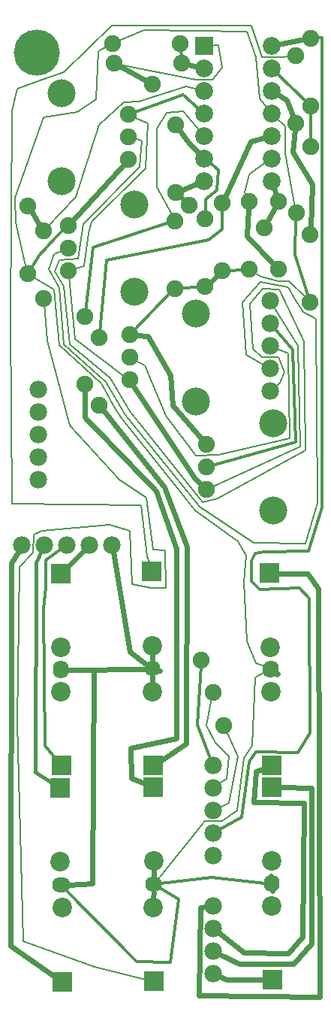
<source format=gbl>
G04 MADE WITH FRITZING*
G04 WWW.FRITZING.ORG*
G04 DOUBLE SIDED*
G04 HOLES PLATED*
G04 CONTOUR ON CENTER OF CONTOUR VECTOR*
%ASAXBY*%
%FSLAX23Y23*%
%MOIN*%
%OFA0B0*%
%SFA1.0B1.0*%
%ADD10C,0.078000*%
%ADD11C,0.086614*%
%ADD12C,0.086555*%
%ADD13C,0.070232*%
%ADD14C,0.074667*%
%ADD15C,0.074695*%
%ADD16C,0.124033*%
%ADD17C,0.079370*%
%ADD18C,0.075000*%
%ADD19C,0.204725*%
%ADD20R,0.086614X0.086614*%
%ADD21R,0.079370X0.079370*%
%ADD22C,0.008000*%
%ADD23C,0.024000*%
%ADD24C,0.012000*%
%ADD25C,0.007000*%
%ADD26C,0.016000*%
%LNCOPPER0*%
G90*
G70*
G54D10*
X144Y2819D03*
X144Y2719D03*
X144Y2619D03*
X144Y2519D03*
X144Y2419D03*
G54D11*
X648Y2012D03*
G54D12*
X651Y1684D03*
G54D13*
X651Y1582D03*
G54D11*
X244Y2005D03*
G54D12*
X246Y1678D03*
G54D13*
X246Y1575D03*
G54D14*
X550Y3062D03*
X550Y2962D03*
G54D15*
X550Y2862D03*
G54D16*
X846Y3156D03*
X846Y2767D03*
G54D14*
X891Y2577D03*
X891Y2477D03*
G54D15*
X891Y2377D03*
G54D16*
X1187Y2671D03*
X1187Y2283D03*
G54D14*
X278Y3547D03*
X278Y3447D03*
G54D15*
X278Y3347D03*
G54D16*
X573Y3641D03*
X573Y3253D03*
G54D14*
X545Y3839D03*
X545Y3939D03*
G54D15*
X545Y4039D03*
G54D16*
X249Y3745D03*
X249Y4133D03*
G54D11*
X241Y1054D03*
G54D12*
X243Y726D03*
G54D13*
X243Y624D03*
G54D10*
X922Y230D03*
X922Y330D03*
X922Y430D03*
X922Y530D03*
X72Y2130D03*
X172Y2130D03*
X272Y2130D03*
X372Y2130D03*
X472Y2130D03*
G54D11*
X654Y1152D03*
G54D12*
X651Y1480D03*
G54D13*
X651Y1582D03*
G54D11*
X1173Y2006D03*
G54D12*
X1176Y1678D03*
G54D13*
X1176Y1576D03*
G54D11*
X1180Y1152D03*
G54D12*
X1177Y1480D03*
G54D13*
X1177Y1582D03*
G54D11*
X1180Y1057D03*
G54D12*
X1182Y729D03*
G54D13*
X1182Y627D03*
G54D11*
X1185Y202D03*
G54D12*
X1182Y530D03*
G54D13*
X1182Y632D03*
G54D11*
X656Y1057D03*
G54D12*
X658Y730D03*
G54D13*
X658Y627D03*
G54D11*
X247Y1152D03*
G54D12*
X244Y1480D03*
G54D13*
X244Y1582D03*
G54D11*
X252Y194D03*
G54D12*
X250Y522D03*
G54D13*
X250Y624D03*
G54D11*
X658Y196D03*
G54D12*
X655Y524D03*
G54D13*
X655Y626D03*
G54D17*
X880Y4344D03*
X1180Y4344D03*
X880Y4244D03*
X1180Y4244D03*
X880Y4144D03*
X1180Y4144D03*
X880Y4044D03*
X1180Y4044D03*
X880Y3944D03*
X1180Y3944D03*
X880Y3844D03*
X1180Y3844D03*
X880Y3744D03*
X1180Y3744D03*
G54D18*
X416Y3051D03*
X416Y2751D03*
X1288Y4000D03*
X1288Y4300D03*
X353Y3142D03*
X353Y2842D03*
X168Y3522D03*
X168Y3222D03*
X98Y3633D03*
X98Y3333D03*
X1353Y3508D03*
X1353Y3208D03*
X962Y3647D03*
X962Y3347D03*
X751Y3568D03*
X751Y3268D03*
X1354Y4378D03*
X1354Y4078D03*
X1213Y3354D03*
X1213Y3654D03*
X756Y3992D03*
X756Y3692D03*
X483Y4266D03*
X783Y4266D03*
X1355Y3896D03*
X1290Y3603D03*
X1080Y3652D03*
X1080Y3352D03*
X475Y4355D03*
X775Y4355D03*
X886Y3276D03*
X886Y3576D03*
G54D19*
X137Y4312D03*
G54D10*
X922Y755D03*
X922Y855D03*
X922Y955D03*
X922Y1055D03*
X922Y1155D03*
X1175Y3212D03*
X1175Y3112D03*
X1175Y3012D03*
X1175Y2912D03*
X1175Y2812D03*
G54D18*
X652Y4174D03*
X869Y1619D03*
X1147Y3538D03*
X969Y1330D03*
X816Y3638D03*
X920Y1477D03*
G54D20*
X648Y2012D03*
X244Y2005D03*
X241Y1054D03*
X654Y1152D03*
X1173Y2006D03*
X1180Y1152D03*
X1180Y1057D03*
X1185Y202D03*
X656Y1057D03*
X247Y1152D03*
X252Y194D03*
X658Y196D03*
G54D21*
X880Y4344D03*
G54D22*
X570Y3933D02*
X606Y3925D01*
D02*
X606Y3925D02*
X594Y3806D01*
D02*
X594Y3806D02*
X346Y3554D01*
D02*
X346Y3554D02*
X322Y3399D01*
D02*
X322Y3399D02*
X239Y3395D01*
D02*
X239Y3395D02*
X219Y3343D01*
D02*
X219Y3343D02*
X259Y3277D01*
D02*
X259Y3277D02*
X285Y3021D01*
D02*
X285Y3021D02*
X465Y2869D01*
D02*
X465Y2869D02*
X550Y2723D01*
D02*
X550Y2723D02*
X874Y2319D01*
D02*
X874Y2319D02*
X943Y2336D01*
D02*
X943Y2336D02*
X1333Y2549D01*
D02*
X1333Y2549D02*
X1324Y3034D01*
D02*
X1324Y3034D02*
X1215Y3264D01*
D02*
X1215Y3264D02*
X1141Y3267D01*
D02*
X1141Y3267D02*
X1085Y3199D01*
D02*
X1085Y3199D02*
X1098Y3001D01*
D02*
X1098Y3001D02*
X1139Y2964D01*
D02*
X1139Y2964D02*
X1211Y2962D01*
D02*
X1211Y2962D02*
X1237Y2897D01*
D02*
X1237Y2897D02*
X1219Y2849D01*
D02*
X1219Y2849D02*
X1194Y2828D01*
D02*
X215Y3419D02*
X254Y3437D01*
D02*
X193Y3354D02*
X215Y3419D01*
D02*
X237Y3269D02*
X193Y3354D01*
D02*
X257Y3019D02*
X237Y3269D01*
D02*
X444Y2854D02*
X257Y3019D01*
D02*
X530Y2708D02*
X444Y2854D01*
D02*
X861Y2299D02*
X530Y2708D01*
D02*
X1102Y2140D02*
X861Y2299D01*
D02*
X1330Y2138D02*
X1102Y2140D01*
D02*
X1385Y2317D02*
X1330Y2138D01*
D02*
X1378Y3132D02*
X1385Y2317D01*
D02*
X1322Y3164D02*
X1378Y3132D01*
D02*
X1285Y3219D02*
X1322Y3164D01*
D02*
X1256Y3275D02*
X1285Y3219D01*
D02*
X1131Y3297D02*
X1256Y3275D01*
D02*
X1052Y3208D02*
X1131Y3297D01*
D02*
X1067Y2975D02*
X1052Y3208D01*
D02*
X1154Y2924D02*
X1067Y2975D01*
G54D23*
D02*
X658Y664D02*
X658Y688D01*
G54D22*
D02*
X950Y967D02*
X993Y986D01*
D02*
X993Y986D02*
X1030Y1195D01*
D02*
X1030Y1195D02*
X978Y1309D01*
G54D23*
D02*
X283Y1576D02*
X391Y1577D01*
D02*
X391Y1577D02*
X384Y630D01*
D02*
X384Y630D02*
X280Y625D01*
G54D22*
D02*
X678Y651D02*
X884Y906D01*
D02*
X884Y906D02*
X962Y906D01*
D02*
X962Y906D02*
X1027Y955D01*
D02*
X1027Y955D02*
X1058Y1186D01*
D02*
X1058Y1186D02*
X1096Y1239D01*
D02*
X1096Y1239D02*
X1109Y1544D01*
D02*
X1109Y1544D02*
X1151Y1567D01*
G54D23*
D02*
X777Y3673D02*
X795Y3657D01*
G54D24*
D02*
X111Y3352D02*
X149Y3413D01*
D02*
X149Y3413D02*
X217Y3490D01*
D02*
X217Y3490D02*
X259Y3529D01*
G54D23*
D02*
X804Y2123D02*
X800Y1249D01*
X800Y1249D02*
X689Y1175D01*
D02*
X704Y2386D02*
X804Y2123D01*
D02*
X434Y2728D02*
X704Y2386D01*
G54D24*
D02*
X1057Y3351D02*
X985Y3348D01*
G54D22*
D02*
X930Y1253D02*
X993Y1195D01*
D02*
X993Y1195D02*
X981Y1095D01*
D02*
X893Y1330D02*
X930Y1253D01*
D02*
X981Y1095D02*
X943Y1069D01*
D02*
X916Y1454D02*
X893Y1330D01*
G54D23*
D02*
X869Y2399D02*
X843Y2424D01*
D02*
X843Y2424D02*
X568Y2835D01*
D02*
X1150Y3936D02*
X1089Y3919D01*
D02*
X1089Y3919D02*
X974Y3673D01*
G54D24*
D02*
X1198Y4227D02*
X1337Y4094D01*
G54D22*
D02*
X529Y2877D02*
X307Y3045D01*
D02*
X307Y3045D02*
X280Y3321D01*
D02*
X864Y3964D02*
X789Y4053D01*
D02*
X789Y4053D02*
X716Y4048D01*
D02*
X716Y4048D02*
X671Y3977D01*
D02*
X671Y3977D02*
X671Y3717D01*
D02*
X671Y3717D02*
X740Y3589D01*
D02*
X348Y3367D02*
X303Y3354D01*
D02*
X369Y3512D02*
X348Y3367D01*
D02*
X383Y3565D02*
X369Y3512D01*
D02*
X622Y3801D02*
X383Y3565D01*
D02*
X633Y4001D02*
X622Y3801D01*
D02*
X569Y4028D02*
X633Y4001D01*
G54D24*
D02*
X178Y2064D02*
X252Y2116D01*
D02*
X178Y1944D02*
X178Y2064D01*
D02*
X169Y1847D02*
X178Y1944D01*
D02*
X175Y1241D02*
X169Y1847D01*
D02*
X224Y1181D02*
X175Y1241D01*
G54D23*
D02*
X941Y3328D02*
X907Y3295D01*
G54D22*
D02*
X944Y2530D02*
X1263Y2603D01*
D02*
X1263Y2603D02*
X1254Y2980D01*
D02*
X844Y2528D02*
X944Y2530D01*
D02*
X1254Y2980D02*
X1198Y3003D01*
D02*
X711Y2703D02*
X844Y2528D01*
D02*
X617Y2927D02*
X711Y2703D01*
D02*
X573Y2949D02*
X617Y2927D01*
G54D24*
D02*
X389Y3450D02*
X724Y3559D01*
D02*
X356Y3165D02*
X389Y3450D01*
G54D23*
D02*
X353Y2813D02*
X352Y2697D01*
D02*
X352Y2697D02*
X667Y2371D01*
D02*
X667Y2371D02*
X759Y2112D01*
D02*
X759Y2112D02*
X759Y1275D01*
D02*
X759Y1275D02*
X556Y1230D01*
D02*
X556Y1230D02*
X559Y1097D01*
D02*
X559Y1097D02*
X617Y1073D01*
D02*
X1249Y4104D02*
X1206Y4129D01*
D02*
X1278Y4027D02*
X1249Y4104D01*
G54D25*
D02*
X944Y4346D02*
X960Y4246D01*
D02*
X960Y4246D02*
X917Y4194D01*
D02*
X905Y4345D02*
X944Y4346D01*
D02*
X917Y4194D02*
X844Y4195D01*
D02*
X844Y4195D02*
X506Y4261D01*
G54D23*
D02*
X981Y204D02*
X950Y218D01*
D02*
X1142Y203D02*
X981Y204D01*
D02*
X1215Y2005D02*
X1341Y2003D01*
D02*
X1341Y2003D02*
X1389Y1938D01*
D02*
X1389Y1938D02*
X1396Y127D01*
D02*
X1396Y127D02*
X859Y134D01*
D02*
X859Y134D02*
X864Y522D01*
D02*
X864Y522D02*
X892Y526D01*
G54D22*
D02*
X455Y4344D02*
X413Y4319D01*
D02*
X413Y4319D02*
X402Y4106D01*
D02*
X402Y4106D02*
X317Y4050D01*
D02*
X317Y4050D02*
X169Y4028D01*
D02*
X169Y4028D02*
X42Y3670D01*
D02*
X42Y3670D02*
X44Y3559D01*
D02*
X44Y3559D02*
X93Y3355D01*
G54D23*
D02*
X1210Y4350D02*
X1326Y4373D01*
G54D24*
D02*
X781Y4289D02*
X777Y4332D01*
G54D23*
D02*
X153Y3546D02*
X114Y3609D01*
G54D24*
D02*
X1276Y2997D02*
X1191Y3093D01*
D02*
X1287Y2588D02*
X1276Y2997D01*
D02*
X917Y2484D02*
X1287Y2588D01*
D02*
X447Y3394D02*
X900Y3482D01*
D02*
X900Y3482D02*
X963Y3530D01*
D02*
X418Y3074D02*
X447Y3394D01*
D02*
X963Y3530D02*
X962Y3624D01*
D02*
X852Y1334D02*
X913Y1178D01*
D02*
X867Y1596D02*
X852Y1334D01*
D02*
X900Y3829D02*
X944Y3793D01*
D02*
X944Y3793D02*
X937Y3704D01*
D02*
X937Y3704D02*
X889Y3664D01*
D02*
X889Y3664D02*
X887Y3599D01*
D02*
X1354Y4055D02*
X1355Y3919D01*
G54D23*
D02*
X859Y3867D02*
X809Y3919D01*
D02*
X809Y3919D02*
X773Y3969D01*
D02*
X1110Y1127D02*
X1140Y1138D01*
D02*
X1100Y990D02*
X1110Y1127D01*
D02*
X1326Y986D02*
X1100Y990D01*
D02*
X1319Y393D02*
X1326Y986D01*
D02*
X1256Y319D02*
X1319Y393D01*
D02*
X1058Y322D02*
X1256Y319D01*
D02*
X946Y412D02*
X1058Y322D01*
D02*
X582Y3060D02*
X630Y3058D01*
D02*
X630Y3058D02*
X730Y2884D01*
D02*
X730Y2884D02*
X741Y2749D01*
D02*
X741Y2749D02*
X870Y2601D01*
D02*
X1203Y3681D02*
X1191Y3716D01*
G54D22*
D02*
X629Y2079D02*
X637Y2052D01*
D02*
X602Y2308D02*
X629Y2079D01*
D02*
X29Y2313D02*
X602Y2308D01*
D02*
X22Y3126D02*
X29Y2313D01*
D02*
X28Y4058D02*
X22Y3126D01*
D02*
X51Y4154D02*
X28Y4058D01*
D02*
X162Y4195D02*
X51Y4154D01*
D02*
X258Y4228D02*
X162Y4195D01*
D02*
X473Y4433D02*
X258Y4228D01*
D02*
X1091Y4435D02*
X473Y4433D01*
D02*
X1138Y4295D02*
X1091Y4435D01*
D02*
X1218Y4293D02*
X1138Y4295D01*
D02*
X1266Y4298D02*
X1218Y4293D01*
G54D23*
D02*
X1179Y663D02*
X1185Y596D01*
D02*
X651Y1546D02*
X651Y1522D01*
G54D22*
D02*
X118Y3321D02*
X216Y3265D01*
D02*
X216Y3265D02*
X237Y3017D01*
D02*
X237Y3017D02*
X424Y2847D01*
D02*
X424Y2847D02*
X483Y2745D01*
D02*
X483Y2745D02*
X511Y2697D01*
D02*
X511Y2697D02*
X843Y2285D01*
D02*
X843Y2285D02*
X1033Y2148D01*
D02*
X1033Y2148D02*
X1069Y2084D01*
D02*
X1069Y2084D02*
X1058Y1968D01*
D02*
X1058Y1968D02*
X1071Y1704D01*
D02*
X1071Y1704D02*
X1111Y1606D01*
D02*
X1111Y1606D02*
X1148Y1592D01*
D02*
X1211Y3299D02*
X1135Y3321D01*
D02*
X1135Y3321D02*
X1100Y3341D01*
D02*
X1259Y3301D02*
X1211Y3299D01*
D02*
X1337Y3224D02*
X1259Y3301D01*
G54D23*
D02*
X615Y1581D02*
X283Y1576D01*
D02*
X657Y591D02*
X656Y566D01*
D02*
X783Y3703D02*
X852Y3732D01*
D02*
X1362Y3730D02*
X1276Y3875D01*
D02*
X1276Y3875D02*
X1286Y3972D01*
D02*
X1354Y3536D02*
X1362Y3730D01*
D02*
X351Y2109D02*
X274Y2035D01*
D02*
X1070Y3501D02*
X1193Y3375D01*
D02*
X1078Y3624D02*
X1070Y3501D01*
G54D24*
D02*
X684Y611D02*
X767Y560D01*
D02*
X767Y560D02*
X733Y280D01*
D02*
X733Y280D02*
X580Y284D01*
D02*
X580Y284D02*
X265Y602D01*
G54D26*
D02*
X133Y1125D02*
X206Y1077D01*
D02*
X135Y2053D02*
X133Y1125D01*
D02*
X159Y2103D02*
X135Y2053D01*
G54D24*
D02*
X735Y3252D02*
X569Y3080D01*
D02*
X1289Y3580D02*
X1284Y3417D01*
D02*
X1284Y3417D02*
X1346Y3230D01*
D02*
X787Y4127D02*
X575Y4050D01*
D02*
X861Y4061D02*
X787Y4127D01*
G54D22*
D02*
X915Y2388D02*
X1307Y2567D01*
D02*
X1307Y2567D02*
X1298Y3015D01*
D02*
X1298Y3015D02*
X1188Y3191D01*
D02*
X184Y3539D02*
X313Y3673D01*
D02*
X313Y3673D02*
X415Y3993D01*
D02*
X415Y3993D02*
X524Y4094D01*
D02*
X524Y4094D02*
X593Y4097D01*
D02*
X593Y4097D02*
X803Y4162D01*
D02*
X803Y4162D02*
X855Y4150D01*
G54D23*
D02*
X811Y4260D02*
X850Y4251D01*
G54D22*
D02*
X1241Y3867D02*
X1240Y3986D01*
D02*
X1286Y3626D02*
X1241Y3867D01*
D02*
X1240Y3986D02*
X1198Y4027D01*
D02*
X184Y3037D02*
X170Y3199D01*
D02*
X285Y2660D02*
X184Y3037D01*
D02*
X504Y2421D02*
X285Y2660D01*
D02*
X624Y2340D02*
X504Y2421D01*
D02*
X656Y2110D02*
X624Y2340D01*
D02*
X708Y2108D02*
X656Y2110D01*
D02*
X711Y1941D02*
X708Y2108D01*
D02*
X644Y1939D02*
X711Y1941D01*
D02*
X562Y1957D02*
X644Y1939D01*
D02*
X553Y2195D02*
X562Y1957D01*
D02*
X462Y2219D02*
X553Y2195D01*
D02*
X160Y2195D02*
X462Y2219D01*
D02*
X124Y2178D02*
X160Y2195D01*
D02*
X122Y2097D02*
X124Y2178D01*
D02*
X63Y2033D02*
X122Y2097D01*
D02*
X50Y1341D02*
X63Y2033D01*
D02*
X78Y375D02*
X50Y1341D01*
D02*
X394Y261D02*
X78Y375D01*
D02*
X622Y205D02*
X394Y261D01*
G54D23*
D02*
X508Y4252D02*
X627Y4188D01*
D02*
X686Y1573D02*
X662Y1579D01*
D02*
X662Y1579D02*
X686Y1573D01*
D02*
X651Y1618D02*
X651Y1642D01*
D02*
X1199Y3629D02*
X1161Y3563D01*
D02*
X477Y2101D02*
X553Y1657D01*
D02*
X553Y1657D02*
X622Y1604D01*
G54D22*
D02*
X1164Y4064D02*
X1127Y4110D01*
D02*
X1127Y4110D02*
X1111Y4293D01*
D02*
X1111Y4293D02*
X1071Y4408D01*
D02*
X1071Y4408D02*
X616Y4415D01*
D02*
X616Y4415D02*
X496Y4364D01*
D02*
X1159Y3830D02*
X1080Y3773D01*
D02*
X1080Y3773D02*
X1062Y3695D01*
D02*
X1062Y3695D02*
X1071Y3674D01*
G54D24*
D02*
X863Y3275D02*
X774Y3270D01*
G54D23*
D02*
X1037Y275D02*
X949Y317D01*
D02*
X1278Y275D02*
X1037Y275D01*
D02*
X1358Y364D02*
X1278Y275D01*
D02*
X1358Y1053D02*
X1358Y364D01*
D02*
X1222Y1056D02*
X1358Y1053D01*
G54D24*
D02*
X689Y631D02*
X916Y657D01*
D02*
X916Y657D02*
X1152Y630D01*
G54D23*
D02*
X1205Y1558D02*
X1193Y1568D01*
D02*
X1193Y1568D02*
X1209Y1561D01*
D02*
X25Y2050D02*
X57Y2104D01*
D02*
X22Y355D02*
X25Y2050D01*
D02*
X218Y218D02*
X22Y355D01*
G54D24*
D02*
X1377Y4380D02*
X1404Y4381D01*
D02*
X1404Y4381D02*
X1405Y3519D01*
D02*
X1405Y3519D02*
X1404Y2297D01*
D02*
X1404Y2297D02*
X1344Y2104D01*
D02*
X1344Y2104D02*
X1149Y2099D01*
D02*
X1149Y2099D02*
X1108Y2094D01*
D02*
X1108Y2094D02*
X1091Y2059D01*
D02*
X1091Y2059D02*
X1091Y1970D01*
D02*
X1091Y1970D02*
X1129Y1935D01*
D02*
X1129Y1935D02*
X1305Y1941D01*
D02*
X1305Y1941D02*
X1348Y1895D01*
D02*
X1348Y1895D02*
X1351Y1297D01*
D02*
X1351Y1297D02*
X1298Y1210D01*
D02*
X1298Y1210D02*
X1113Y1215D01*
D02*
X1113Y1215D02*
X1081Y1170D01*
D02*
X1081Y1170D02*
X1049Y924D01*
D02*
X1049Y924D02*
X944Y867D01*
G54D23*
D02*
X523Y3815D02*
X299Y3571D01*
G04 End of Copper0*
M02*
</source>
